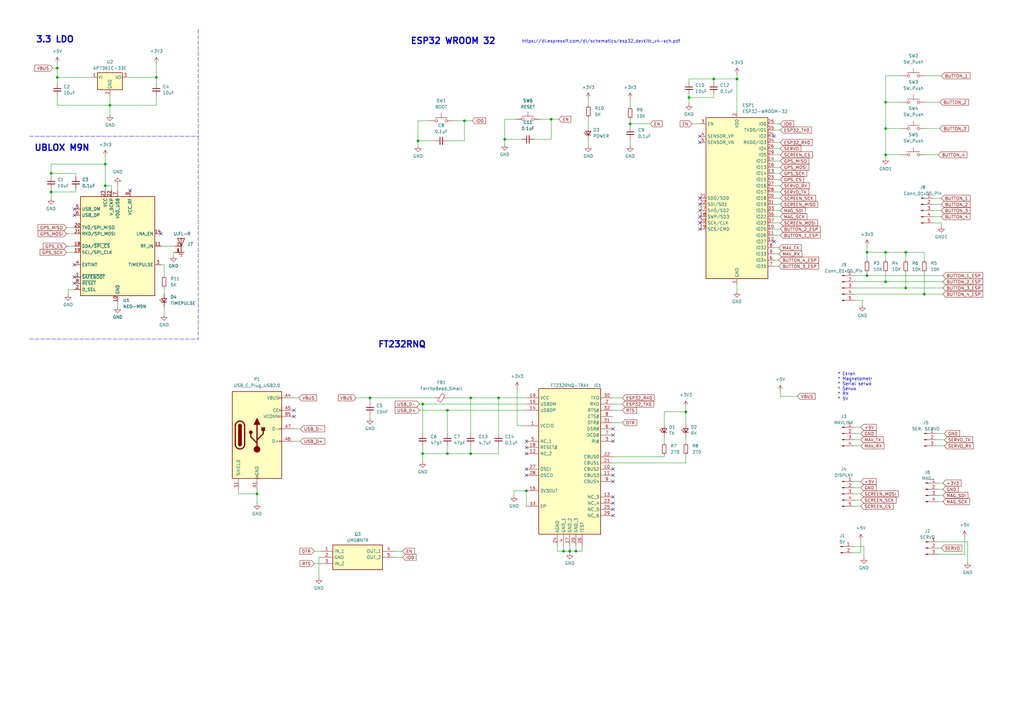
<source format=kicad_sch>
(kicad_sch (version 20230121) (generator eeschema)
  (paper "A3")
  (junction (at 190.5 49.53))
  (junction (at 363.22 41.91))
  (junction (at 215.9 201.295))
  (junction (at 379.095 120.65))
  (junction (at 43.18 67.31))
  (junction (at 23.495 31.75))
  (junction (at 193.04 186.055))
  (junction (at 371.475 118.11))
  (junction (at 64.135 31.75))
  (junction (at 105.41 202.565))
  (junction (at 171.45 57.785))
  (junction (at 258.445 50.8))
  (junction (at 281.305 168.91))
  (junction (at 183.515 186.055))
  (junction (at 204.47 163.195))
  (junction (at 183.515 168.275))
  (junction (at 363.22 103.505))
  (junction (at 236.22 226.06))
  (junction (at 20.955 78.74))
  (junction (at 282.575 40.005))
  (junction (at 371.475 103.505))
  (junction (at 193.04 163.195))
  (junction (at 231.14 226.06))
  (junction (at 207.01 57.15))
  (junction (at 43.18 76.2))
  (junction (at 173.355 165.735))
  (junction (at 233.68 226.06))
  (junction (at 363.22 52.705))
  (junction (at 292.735 32.385))
  (junction (at 23.495 27.94))
  (junction (at 173.355 186.055))
  (junction (at 355.6 113.03))
  (junction (at 355.6 103.505))
  (junction (at 226.06 48.895))
  (junction (at 363.22 115.57))
  (junction (at 20.955 71.12))
  (junction (at 45.085 43.18))
  (junction (at 363.22 63.5))
  (junction (at 302.26 32.385))
  (junction (at 151.765 163.195))
  (no_connect (at 215.9 194.945))
  (no_connect (at 215.9 180.975))
  (no_connect (at 30.48 113.665))
  (no_connect (at 251.46 175.895))
  (no_connect (at 251.46 206.375))
  (no_connect (at 251.46 203.835))
  (no_connect (at 317.5 99.06))
  (no_connect (at 317.5 55.88))
  (no_connect (at 30.48 85.725))
  (no_connect (at 120.65 170.815))
  (no_connect (at 53.34 78.105))
  (no_connect (at 287.02 81.28))
  (no_connect (at 30.48 116.205))
  (no_connect (at 215.9 183.515))
  (no_connect (at 251.46 208.915))
  (no_connect (at 66.04 95.885))
  (no_connect (at 120.65 168.275))
  (no_connect (at 251.46 211.455))
  (no_connect (at 251.46 197.485))
  (no_connect (at 251.46 178.435))
  (no_connect (at 287.02 58.42))
  (no_connect (at 287.02 91.44))
  (no_connect (at 287.02 55.88))
  (no_connect (at 287.02 86.36))
  (no_connect (at 251.46 180.975))
  (no_connect (at 287.02 93.98))
  (no_connect (at 251.46 192.405))
  (no_connect (at 251.46 194.945))
  (no_connect (at 30.48 88.265))
  (no_connect (at 215.9 186.055))
  (no_connect (at 287.02 88.9))
  (no_connect (at 30.48 108.585))
  (no_connect (at 215.9 192.405))
  (no_connect (at 287.02 83.82))
  (wire (pts (xy 379.095 120.65) (xy 386.715 120.65)))
  (wire (pts (xy 27.305 100.965) (xy 30.48 100.965)))
  (wire (pts (xy 384.81 205.74) (xy 386.715 205.74)))
  (wire (pts (xy 363.22 64.77) (xy 363.22 63.5)))
  (wire (pts (xy 379.095 103.505) (xy 371.475 103.505)))
  (wire (pts (xy 48.26 123.825) (xy 48.26 125.73)))
  (wire (pts (xy 204.47 177.8) (xy 204.47 163.195)))
  (wire (pts (xy 350.52 123.19) (xy 353.695 123.19)))
  (wire (pts (xy 23.495 27.94) (xy 23.495 31.75)))
  (wire (pts (xy 317.5 93.98) (xy 320.04 93.98)))
  (wire (pts (xy 231.14 224.155) (xy 231.14 226.06)))
  (wire (pts (xy 105.41 201.295) (xy 105.41 202.565)))
  (wire (pts (xy 353.06 226.695) (xy 349.885 226.695)))
  (wire (pts (xy 371.475 111.76) (xy 371.475 118.11)))
  (wire (pts (xy 282.575 40.005) (xy 292.735 40.005)))
  (wire (pts (xy 355.6 113.03) (xy 386.715 113.03)))
  (wire (pts (xy 31.115 77.47) (xy 31.115 78.74)))
  (wire (pts (xy 190.5 57.785) (xy 190.5 49.53)))
  (wire (pts (xy 173.355 165.735) (xy 215.9 165.735)))
  (wire (pts (xy 212.09 159.385) (xy 212.09 174.625)))
  (wire (pts (xy 175.895 49.53) (xy 171.45 49.53)))
  (wire (pts (xy 353.06 221.615) (xy 353.06 226.695)))
  (wire (pts (xy 236.22 226.06) (xy 233.68 226.06)))
  (wire (pts (xy 45.085 39.37) (xy 45.085 43.18)))
  (wire (pts (xy 292.735 32.385) (xy 302.26 32.385)))
  (wire (pts (xy 384.81 203.2) (xy 386.715 203.2)))
  (wire (pts (xy 395.605 220.345) (xy 395.605 227.33)))
  (wire (pts (xy 281.305 173.99) (xy 281.305 168.91)))
  (wire (pts (xy 354.33 228.6) (xy 354.33 224.155)))
  (wire (pts (xy 21.59 27.94) (xy 23.495 27.94)))
  (wire (pts (xy 233.68 224.155) (xy 233.68 226.06)))
  (wire (pts (xy 282.575 38.735) (xy 282.575 40.005)))
  (wire (pts (xy 292.735 38.735) (xy 292.735 40.005)))
  (wire (pts (xy 317.5 101.6) (xy 319.405 101.6)))
  (wire (pts (xy 281.305 189.865) (xy 281.305 186.69)))
  (wire (pts (xy 258.445 40.64) (xy 258.445 43.815)))
  (wire (pts (xy 213.995 57.15) (xy 207.01 57.15)))
  (wire (pts (xy 317.5 106.68) (xy 319.405 106.68)))
  (wire (pts (xy 172.085 168.275) (xy 183.515 168.275)))
  (wire (pts (xy 27.305 93.345) (xy 30.48 93.345)))
  (wire (pts (xy 396.875 222.25) (xy 396.875 230.505)))
  (wire (pts (xy 363.22 31.115) (xy 363.22 41.91)))
  (wire (pts (xy 363.22 63.5) (xy 369.57 63.5)))
  (wire (pts (xy 45.085 43.18) (xy 23.495 43.18)))
  (wire (pts (xy 355.6 111.76) (xy 355.6 113.03)))
  (wire (pts (xy 384.175 177.8) (xy 387.35 177.8)))
  (wire (pts (xy 207.01 48.895) (xy 207.01 57.15)))
  (wire (pts (xy 317.5 104.14) (xy 319.405 104.14)))
  (wire (pts (xy 212.09 174.625) (xy 215.9 174.625)))
  (wire (pts (xy 171.45 49.53) (xy 171.45 57.785)))
  (wire (pts (xy 384.175 180.34) (xy 387.35 180.34)))
  (wire (pts (xy 382.905 86.36) (xy 386.08 86.36)))
  (wire (pts (xy 228.6 224.155) (xy 228.6 226.06)))
  (polyline (pts (xy 81.28 55.88) (xy 81.28 139.065)) (stroke (width 0) (type dash)))
  (wire (pts (xy 183.515 177.8) (xy 183.515 168.275)))
  (wire (pts (xy 317.5 83.82) (xy 320.04 83.82)))
  (wire (pts (xy 228.6 226.06) (xy 231.14 226.06)))
  (wire (pts (xy 64.135 26.035) (xy 64.135 31.75)))
  (wire (pts (xy 151.765 163.195) (xy 178.435 163.195)))
  (wire (pts (xy 384.81 198.12) (xy 386.715 198.12)))
  (wire (pts (xy 120.65 163.195) (xy 122.555 163.195)))
  (wire (pts (xy 67.31 108.585) (xy 67.31 113.03)))
  (wire (pts (xy 355.6 103.505) (xy 355.6 106.68)))
  (wire (pts (xy 363.22 103.505) (xy 355.6 103.505)))
  (wire (pts (xy 258.445 50.8) (xy 266.7 50.8)))
  (wire (pts (xy 226.06 48.895) (xy 229.235 48.895)))
  (wire (pts (xy 281.305 167.005) (xy 281.305 168.91)))
  (wire (pts (xy 52.705 31.75) (xy 64.135 31.75)))
  (wire (pts (xy 128.905 231.14) (xy 131.445 231.14)))
  (wire (pts (xy 171.45 57.785) (xy 171.45 59.69)))
  (wire (pts (xy 272.415 168.91) (xy 281.305 168.91)))
  (wire (pts (xy 66.04 100.965) (xy 71.755 100.965)))
  (wire (pts (xy 317.5 88.9) (xy 320.04 88.9)))
  (wire (pts (xy 320.04 162.56) (xy 320.04 160.655)))
  (wire (pts (xy 23.495 39.37) (xy 23.495 43.18)))
  (wire (pts (xy 186.055 49.53) (xy 190.5 49.53)))
  (wire (pts (xy 43.18 67.31) (xy 43.18 76.2)))
  (wire (pts (xy 251.46 189.865) (xy 281.305 189.865)))
  (wire (pts (xy 31.115 71.12) (xy 20.955 71.12)))
  (wire (pts (xy 178.435 57.785) (xy 171.45 57.785)))
  (polyline (pts (xy 12.065 139.065) (xy 81.28 139.065)) (stroke (width 0) (type dash)))
  (wire (pts (xy 272.415 187.325) (xy 272.415 186.69)))
  (wire (pts (xy 173.355 186.055) (xy 183.515 186.055)))
  (wire (pts (xy 317.5 71.12) (xy 320.04 71.12)))
  (wire (pts (xy 302.26 116.84) (xy 302.26 119.38)))
  (wire (pts (xy 292.735 33.655) (xy 292.735 32.385)))
  (wire (pts (xy 272.415 168.91) (xy 272.415 173.99)))
  (wire (pts (xy 371.475 103.505) (xy 363.22 103.505)))
  (wire (pts (xy 379.095 111.76) (xy 379.095 120.65)))
  (wire (pts (xy 317.5 76.2) (xy 320.04 76.2)))
  (wire (pts (xy 355.6 100.965) (xy 355.6 103.505)))
  (wire (pts (xy 317.5 66.04) (xy 320.04 66.04)))
  (wire (pts (xy 258.445 48.895) (xy 258.445 50.8)))
  (wire (pts (xy 48.26 75.565) (xy 48.26 78.105)))
  (wire (pts (xy 190.5 49.53) (xy 193.675 49.53)))
  (polyline (pts (xy 12.065 55.88) (xy 81.28 55.88)) (stroke (width 0) (type dash)))
  (wire (pts (xy 386.08 91.44) (xy 386.08 92.71)))
  (wire (pts (xy 363.22 106.68) (xy 363.22 103.505)))
  (wire (pts (xy 64.135 39.37) (xy 64.135 43.18)))
  (wire (pts (xy 193.04 163.195) (xy 204.47 163.195)))
  (wire (pts (xy 382.905 91.44) (xy 386.08 91.44)))
  (wire (pts (xy 43.18 76.2) (xy 43.18 78.105)))
  (wire (pts (xy 183.515 168.275) (xy 215.9 168.275)))
  (wire (pts (xy 172.085 165.735) (xy 173.355 165.735)))
  (wire (pts (xy 71.12 103.505) (xy 71.12 104.775)))
  (wire (pts (xy 379.73 31.115) (xy 386.08 31.115)))
  (wire (pts (xy 379.095 106.68) (xy 379.095 103.505)))
  (wire (pts (xy 302.26 32.385) (xy 302.26 45.72)))
  (wire (pts (xy 317.5 53.34) (xy 320.04 53.34)))
  (wire (pts (xy 241.3 40.64) (xy 241.3 43.18)))
  (wire (pts (xy 350.52 200.025) (xy 353.06 200.025)))
  (wire (pts (xy 354.33 224.155) (xy 349.885 224.155)))
  (wire (pts (xy 120.65 175.895) (xy 123.19 175.895)))
  (wire (pts (xy 27.305 103.505) (xy 30.48 103.505)))
  (wire (pts (xy 317.5 73.66) (xy 320.04 73.66)))
  (wire (pts (xy 369.57 41.91) (xy 363.22 41.91)))
  (wire (pts (xy 350.52 120.65) (xy 379.095 120.65)))
  (wire (pts (xy 193.04 182.88) (xy 193.04 186.055)))
  (wire (pts (xy 350.52 205.105) (xy 353.06 205.105)))
  (wire (pts (xy 23.495 31.75) (xy 23.495 34.29)))
  (wire (pts (xy 382.905 83.82) (xy 386.08 83.82)))
  (wire (pts (xy 363.22 115.57) (xy 386.715 115.57)))
  (wire (pts (xy 292.735 32.385) (xy 282.575 32.385)))
  (wire (pts (xy 379.73 63.5) (xy 384.81 63.5)))
  (wire (pts (xy 193.04 163.195) (xy 193.04 177.8)))
  (wire (pts (xy 20.955 67.31) (xy 43.18 67.31)))
  (wire (pts (xy 317.5 50.8) (xy 320.04 50.8)))
  (wire (pts (xy 45.085 43.18) (xy 64.135 43.18)))
  (wire (pts (xy 369.57 31.115) (xy 363.22 31.115)))
  (wire (pts (xy 67.31 118.11) (xy 67.31 120.65)))
  (wire (pts (xy 20.955 67.31) (xy 20.955 71.12)))
  (wire (pts (xy 215.9 201.295) (xy 215.9 207.645)))
  (wire (pts (xy 350.52 202.565) (xy 353.06 202.565)))
  (wire (pts (xy 66.04 108.585) (xy 67.31 108.585)))
  (wire (pts (xy 204.47 186.055) (xy 193.04 186.055)))
  (wire (pts (xy 302.26 30.48) (xy 302.26 32.385)))
  (wire (pts (xy 384.81 200.66) (xy 386.715 200.66)))
  (wire (pts (xy 161.925 228.6) (xy 165.1 228.6)))
  (wire (pts (xy 219.075 57.15) (xy 226.06 57.15)))
  (wire (pts (xy 371.475 118.11) (xy 386.715 118.11)))
  (wire (pts (xy 105.41 202.565) (xy 105.41 206.375)))
  (wire (pts (xy 350.52 177.8) (xy 353.06 177.8)))
  (wire (pts (xy 23.495 31.75) (xy 37.465 31.75)))
  (wire (pts (xy 272.415 179.07) (xy 272.415 181.61)))
  (wire (pts (xy 258.445 50.8) (xy 258.445 52.07)))
  (wire (pts (xy 238.76 226.06) (xy 236.22 226.06)))
  (wire (pts (xy 241.3 57.15) (xy 241.3 59.69)))
  (wire (pts (xy 183.515 182.88) (xy 183.515 186.055)))
  (wire (pts (xy 67.31 125.73) (xy 67.31 128.905)))
  (wire (pts (xy 131.445 228.6) (xy 130.81 228.6)))
  (wire (pts (xy 204.47 163.195) (xy 215.9 163.195)))
  (wire (pts (xy 350.52 182.88) (xy 353.06 182.88)))
  (wire (pts (xy 317.5 78.74) (xy 320.04 78.74)))
  (wire (pts (xy 317.5 86.36) (xy 320.04 86.36)))
  (wire (pts (xy 317.5 58.42) (xy 320.04 58.42)))
  (wire (pts (xy 211.455 48.895) (xy 207.01 48.895)))
  (wire (pts (xy 31.115 72.39) (xy 31.115 71.12)))
  (wire (pts (xy 173.355 182.88) (xy 173.355 186.055)))
  (wire (pts (xy 210.82 201.295) (xy 210.82 203.2)))
  (wire (pts (xy 183.515 57.785) (xy 190.5 57.785)))
  (wire (pts (xy 23.495 26.035) (xy 23.495 27.94)))
  (wire (pts (xy 251.46 165.735) (xy 255.27 165.735)))
  (wire (pts (xy 20.955 77.47) (xy 20.955 78.74)))
  (wire (pts (xy 226.06 57.15) (xy 226.06 48.895)))
  (wire (pts (xy 350.52 118.11) (xy 371.475 118.11)))
  (wire (pts (xy 173.355 186.055) (xy 173.355 189.23)))
  (wire (pts (xy 350.52 207.645) (xy 353.06 207.645)))
  (wire (pts (xy 30.48 118.745) (xy 27.94 118.745)))
  (wire (pts (xy 45.72 76.2) (xy 45.72 78.105)))
  (wire (pts (xy 27.94 118.745) (xy 27.94 120.65)))
  (wire (pts (xy 353.695 123.19) (xy 353.695 125.095)))
  (wire (pts (xy 384.81 222.25) (xy 396.875 222.25)))
  (wire (pts (xy 379.73 41.91) (xy 385.445 41.91)))
  (wire (pts (xy 151.765 165.1) (xy 151.765 163.195)))
  (wire (pts (xy 43.18 76.2) (xy 45.72 76.2)))
  (wire (pts (xy 350.52 115.57) (xy 363.22 115.57)))
  (wire (pts (xy 258.445 57.15) (xy 258.445 59.69)))
  (wire (pts (xy 128.905 226.06) (xy 131.445 226.06)))
  (wire (pts (xy 363.22 41.91) (xy 363.22 52.705)))
  (wire (pts (xy 317.5 68.58) (xy 320.04 68.58)))
  (wire (pts (xy 384.81 224.79) (xy 386.08 224.79)))
  (wire (pts (xy 379.73 52.705) (xy 385.445 52.705)))
  (wire (pts (xy 371.475 106.68) (xy 371.475 103.505)))
  (wire (pts (xy 251.46 187.325) (xy 272.415 187.325)))
  (wire (pts (xy 20.955 78.74) (xy 31.115 78.74)))
  (wire (pts (xy 146.05 163.195) (xy 151.765 163.195)))
  (wire (pts (xy 282.575 32.385) (xy 282.575 33.655)))
  (wire (pts (xy 363.22 111.76) (xy 363.22 115.57)))
  (wire (pts (xy 27.305 95.885) (xy 30.48 95.885)))
  (wire (pts (xy 221.615 48.895) (xy 226.06 48.895)))
  (wire (pts (xy 317.5 60.96) (xy 320.04 60.96)))
  (wire (pts (xy 45.085 43.18) (xy 45.085 46.99)))
  (wire (pts (xy 97.79 201.295) (xy 97.79 202.565)))
  (wire (pts (xy 71.755 103.505) (xy 71.12 103.505)))
  (wire (pts (xy 251.46 163.195) (xy 255.27 163.195)))
  (wire (pts (xy 20.955 78.74) (xy 20.955 81.28)))
  (wire (pts (xy 173.355 165.735) (xy 173.355 177.8)))
  (wire (pts (xy 363.22 52.705) (xy 363.22 63.5)))
  (wire (pts (xy 231.14 226.06) (xy 233.68 226.06)))
  (wire (pts (xy 327.025 162.56) (xy 320.04 162.56)))
  (wire (pts (xy 350.52 180.34) (xy 353.06 180.34)))
  (wire (pts (xy 161.925 226.06) (xy 165.1 226.06)))
  (wire (pts (xy 43.18 64.135) (xy 43.18 67.31)))
  (wire (pts (xy 251.46 173.355) (xy 255.27 173.355)))
  (wire (pts (xy 384.175 182.88) (xy 387.35 182.88)))
  (wire (pts (xy 204.47 182.88) (xy 204.47 186.055)))
  (wire (pts (xy 251.46 168.275) (xy 255.27 168.275)))
  (wire (pts (xy 207.01 57.15) (xy 207.01 59.055)))
  (wire (pts (xy 64.135 31.75) (xy 64.135 34.29)))
  (wire (pts (xy 151.765 170.18) (xy 151.765 171.45)))
  (wire (pts (xy 395.605 227.33) (xy 384.81 227.33)))
  (wire (pts (xy 382.905 88.9) (xy 386.08 88.9)))
  (wire (pts (xy 350.52 197.485) (xy 353.06 197.485)))
  (wire (pts (xy 281.305 179.07) (xy 281.305 181.61)))
  (wire (pts (xy 120.65 180.975) (xy 123.19 180.975)))
  (wire (pts (xy 369.57 52.705) (xy 363.22 52.705)))
  (wire (pts (xy 193.04 186.055) (xy 183.515 186.055)))
  (wire (pts (xy 382.905 81.28) (xy 386.08 81.28)))
  (wire (pts (xy 20.955 71.12) (xy 20.955 72.39)))
  (wire (pts (xy 233.68 226.06) (xy 233.68 226.695)))
  (wire (pts (xy 236.22 224.155) (xy 236.22 226.06)))
  (wire (pts (xy 350.52 175.26) (xy 353.06 175.26)))
  (wire (pts (xy 241.3 48.26) (xy 241.3 52.07)))
  (polyline (pts (xy 81.28 12.065) (xy 81.28 55.88)) (stroke (width 0) (type dash)))
  (wire (pts (xy 215.9 201.295) (xy 210.82 201.295)))
  (wire (pts (xy 317.5 63.5) (xy 320.04 63.5)))
  (wire (pts (xy 317.5 91.44) (xy 320.04 91.44)))
  (wire (pts (xy 283.845 50.8) (xy 287.02 50.8)))
  (wire (pts (xy 317.5 96.52) (xy 320.04 96.52)))
  (wire (pts (xy 238.76 224.155) (xy 238.76 226.06)))
  (wire (pts (xy 97.79 202.565) (xy 105.41 202.565)))
  (wire (pts (xy 350.52 113.03) (xy 355.6 113.03)))
  (wire (pts (xy 193.04 163.195) (xy 183.515 163.195)))
  (wire (pts (xy 317.5 81.28) (xy 320.04 81.28)))
  (wire (pts (xy 317.5 109.22) (xy 319.405 109.22)))
  (wire (pts (xy 282.575 40.005) (xy 282.575 42.545)))
  (wire (pts (xy 130.81 228.6) (xy 130.81 236.855)))
  (rectangle (start 76.2 36.83) (end 76.2 36.83))
  (text "* Ekran\n* Magnetometr\n* Serial serwo\n* Serwo\n* RX\n* 5V" (at 343.535 164.465 0) (effects (font (size 1.27 1.27)) (justify left bottom)))
  (text "FT232RNQ" (at 154.94 142.875 0) (effects (font (size 2.54 2.54) (thickness 0.508) bold) (justify left bottom)))
  (text "https://dl.espressif.com/dl/schematics/esp32_devkitc_v4-sch.pdf" (at 213.995 17.78 0) (effects (font (size 1.27 1.27)) (justify left bottom)))
  (text "3.3 LDO" (at 14.605 17.78 0) (effects (font (size 2.54 2.54) (thickness 0.508) bold) (justify left bottom)))
  (text "ESP32 WROOM 32" (at 168.275 18.415 0) (effects (font (size 2.54 2.54) (thickness 0.508) bold) (justify left bottom)))
  (text "UBLOX M9N" (at 13.97 62.23 0) (effects (font (size 2.54 2.54) (thickness 0.508) bold) (justify left bottom)))
  (global_label "SERVO" (shape input) (at 320.04 60.96 0) (property "Intersheetrefs" "${INTERSHEET_REFS}" (effects hide)))
  (global_label "BUTTON_4_ESP" (shape input) (at 386.715 120.65 0) (property "Intersheetrefs" "${INTERSHEET_REFS}" (effects hide)))
  (global_label "BUTTON_3" (shape input) (at 386.08 86.36 0) (property "Intersheetrefs" "${INTERSHEET_REFS}" (effects hide)))
  (global_label "GPS_SCK" (shape input) (at 27.305 103.505 180) (property "Intersheetrefs" "${INTERSHEET_REFS}" (effects hide)))
  (global_label "EN" (shape input) (at 229.235 48.895 0) (property "Intersheetrefs" "${INTERSHEET_REFS}" (effects hide)))
  (global_label "SCREEN_CS" (shape input) (at 353.06 207.645 0) (property "Intersheetrefs" "${INTERSHEET_REFS}" (effects hide)))
  (global_label "BUTTON_2_ESP" (shape input) (at 320.04 93.98 0) (property "Intersheetrefs" "${INTERSHEET_REFS}" (effects hide)))
  (global_label "SCREEN_MOSI" (shape input) (at 353.06 202.565 0) (property "Intersheetrefs" "${INTERSHEET_REFS}" (effects hide)))
  (global_label "IO0" (shape input) (at 193.675 49.53 0) (property "Intersheetrefs" "${INTERSHEET_REFS}" (effects hide)))
  (global_label "EN" (shape input) (at 266.7 50.8 0) (property "Intersheetrefs" "${INTERSHEET_REFS}" (effects hide)))
  (global_label "GPS_MOSI" (shape input) (at 320.04 68.58 0) (property "Intersheetrefs" "${INTERSHEET_REFS}" (effects hide)))
  (global_label "DTR" (shape input) (at 128.905 226.06 180) (property "Intersheetrefs" "${INTERSHEET_REFS}" (effects hide)))
  (global_label "+5V" (shape input) (at 353.06 175.26 0) (property "Intersheetrefs" "${INTERSHEET_REFS}" (effects hide)))
  (global_label "SERVO" (shape input) (at 386.08 224.79 0) (property "Intersheetrefs" "${INTERSHEET_REFS}" (effects hide)))
  (global_label "MAG_SCK" (shape input) (at 320.04 88.9 0) (property "Intersheetrefs" "${INTERSHEET_REFS}" (effects hide)))
  (global_label "SCREEN_SCK" (shape input) (at 353.06 205.105 0) (property "Intersheetrefs" "${INTERSHEET_REFS}" (effects hide)))
  (global_label "SERVO_RX" (shape input) (at 320.04 76.2 0) (property "Intersheetrefs" "${INTERSHEET_REFS}" (effects hide)))
  (global_label "BUTTON_2_ESP" (shape input) (at 386.715 115.57 0) (property "Intersheetrefs" "${INTERSHEET_REFS}" (effects hide)))
  (global_label "GND" (shape input) (at 386.715 200.66 0) (property "Intersheetrefs" "${INTERSHEET_REFS}" (effects hide)))
  (global_label "+3V3" (shape input) (at 386.715 198.12 0) (property "Intersheetrefs" "${INTERSHEET_REFS}" (effects hide)))
  (global_label "EN" (shape input) (at 165.1 226.06 0) (property "Intersheetrefs" "${INTERSHEET_REFS}" (effects hide)))
  (global_label "BUTTON_2" (shape input) (at 386.08 83.82 0) (property "Intersheetrefs" "${INTERSHEET_REFS}" (effects hide)))
  (global_label "BUTTON_4_ESP" (shape input) (at 319.405 106.68 0) (property "Intersheetrefs" "${INTERSHEET_REFS}" (effects hide)))
  (global_label "MAG_SDI" (shape input) (at 386.715 203.2 0) (property "Intersheetrefs" "${INTERSHEET_REFS}" (effects hide)))
  (global_label "MAG_SCK" (shape input) (at 386.715 205.74 0) (property "Intersheetrefs" "${INTERSHEET_REFS}" (effects hide)))
  (global_label "BUTTON_4" (shape input) (at 386.08 88.9 0) (property "Intersheetrefs" "${INTERSHEET_REFS}" (effects hide)))
  (global_label "GPS_SCK" (shape input) (at 320.04 71.12 0) (property "Intersheetrefs" "${INTERSHEET_REFS}" (effects hide)))
  (global_label "SERVO_TX" (shape input) (at 320.04 78.74 0) (property "Intersheetrefs" "${INTERSHEET_REFS}" (effects hide)))
  (global_label "GND" (shape input) (at 387.35 177.8 0) (property "Intersheetrefs" "${INTERSHEET_REFS}" (effects hide)))
  (global_label "GPS_MISO" (shape input) (at 27.305 93.345 180) (property "Intersheetrefs" "${INTERSHEET_REFS}" (effects hide)))
  (global_label "ESP32_RX0" (shape input) (at 255.27 163.195 0) (property "Intersheetrefs" "${INTERSHEET_REFS}" (effects hide)))
  (global_label "RTS" (shape input) (at 255.27 168.275 0) (property "Intersheetrefs" "${INTERSHEET_REFS}" (effects hide)))
  (global_label "VBUS" (shape input) (at 146.05 163.195 180) (property "Intersheetrefs" "${INTERSHEET_REFS}" (effects hide)))
  (global_label "MAV_TX" (shape input) (at 319.405 101.6 0) (property "Intersheetrefs" "${INTERSHEET_REFS}" (effects hide)))
  (global_label "GND" (shape input) (at 353.06 177.8 0) (property "Intersheetrefs" "${INTERSHEET_REFS}" (effects hide)))
  (global_label "MAV_RX" (shape input) (at 319.405 104.14 0) (property "Intersheetrefs" "${INTERSHEET_REFS}" (effects hide)))
  (global_label "BUTTON_1_ESP" (shape input) (at 320.04 96.52 0) (property "Intersheetrefs" "${INTERSHEET_REFS}" (effects hide)))
  (global_label "MAV_RX" (shape input) (at 353.06 182.88 0) (property "Intersheetrefs" "${INTERSHEET_REFS}" (effects hide)))
  (global_label "USB_D+" (shape input) (at 123.19 180.975 0) (property "Intersheetrefs" "${INTERSHEET_REFS}" (effects hide)))
  (global_label "BUTTON_2" (shape input) (at 385.445 41.91 0) (property "Intersheetrefs" "${INTERSHEET_REFS}" (effects hide)))
  (global_label "VBUS" (shape input) (at 21.59 27.94 180) (property "Intersheetrefs" "${INTERSHEET_REFS}" (effects hide)))
  (global_label "+5V" (shape input) (at 353.06 197.485 0) (property "Intersheetrefs" "${INTERSHEET_REFS}" (effects hide)))
  (global_label "VBUS" (shape input) (at 327.025 162.56 0) (property "Intersheetrefs" "${INTERSHEET_REFS}" (effects hide)))
  (global_label "GPS_CS" (shape input) (at 27.305 100.965 180) (property "Intersheetrefs" "${INTERSHEET_REFS}" (effects hide)))
  (global_label "ESP32_TX0" (shape input) (at 320.04 53.34 0) (property "Intersheetrefs" "${INTERSHEET_REFS}" (effects hide)))
  (global_label "SERVO_RX" (shape input) (at 387.35 182.88 0) (property "Intersheetrefs" "${INTERSHEET_REFS}" (effects hide)))
  (global_label "BUTTON_1_ESP" (shape input) (at 386.715 113.03 0) (property "Intersheetrefs" "${INTERSHEET_REFS}" (effects hide)))
  (global_label "GND" (shape input) (at 353.06 200.025 0) (property "Intersheetrefs" "${INTERSHEET_REFS}" (effects hide)))
  (global_label "USB_D-" (shape input) (at 123.19 175.895 0) (property "Intersheetrefs" "${INTERSHEET_REFS}" (effects hide)))
  (global_label "DTR" (shape input) (at 255.27 173.355 0) (property "Intersheetrefs" "${INTERSHEET_REFS}" (effects hide)))
  (global_label "SCREEN_SCK" (shape input) (at 320.04 81.28 0) (property "Intersheetrefs" "${INTERSHEET_REFS}" (effects hide)))
  (global_label "MAG_SDI" (shape input) (at 320.04 86.36 0) (property "Intersheetrefs" "${INTERSHEET_REFS}" (effects hide)))
  (global_label "SERVO_TX" (shape input) (at 387.35 180.34 0) (property "Intersheetrefs" "${INTERSHEET_REFS}" (effects hide)))
  (global_label "BUTTON_3_ESP" (shape input) (at 319.405 109.22 0) (property "Intersheetrefs" "${INTERSHEET_REFS}" (effects hide)))
  (global_label "GPS_MISO" (shape input) (at 320.04 66.04 0) (property "Intersheetrefs" "${INTERSHEET_REFS}" (effects hide)))
  (global_label "SCREEN_MOSI" (shape input) (at 320.04 91.44 0) (property "Intersheetrefs" "${INTERSHEET_REFS}" (effects hide)))
  (global_label "GPS_MOSI" (shape input) (at 27.305 95.885 180) (property "Intersheetrefs" "${INTERSHEET_REFS}" (effects hide)))
  (global_label "SCREEN_CS" (shape input) (at 320.04 63.5 0) (property "Intersheetrefs" "${INTERSHEET_REFS}" (effects hide)))
  (global_label "ESP32_RX0" (shape input) (at 320.04 58.42 0) (property "Intersheetrefs" "${INTERSHEET_REFS}" (effects hide)))
  (global_label "EN" (shape input) (at 283.845 50.8 180) (property "Intersheetrefs" "${INTERSHEET_REFS}" (effects hide)))
  (global_label "RTS" (shape input) (at 128.905 231.14 180) (property "Intersheetrefs" "${INTERSHEET_REFS}" (effects hide)))
  (global_label "BUTTON_4" (shape input) (at 384.81 63.5 0) (property "Intersheetrefs" "${INTERSHEET_REFS}" (effects hide)))
  (global_label "BUTTON_1" (shape input) (at 386.08 31.115 0) (property "Intersheetrefs" "${INTERSHEET_REFS}" (effects hide)))
  (global_label "SCREEN_MISO" (shape input) (at 320.04 83.82 0) (property "Intersheetrefs" "${INTERSHEET_REFS}" (effects hide)))
  (global_label "GPS_CS" (shape input) (at 320.04 73.66 0) (property "Intersheetrefs" "${INTERSHEET_REFS}" (effects hide)))
  (global_label "USB_D+" (shape input) (at 172.085 168.275 180) (property "Intersheetrefs" "${INTERSHEET_REFS}" (effects hide)))
  (global_label "USB_D-" (shape input) (at 172.085 165.735 180) (property "Intersheetrefs" "${INTERSHEET_REFS}" (effects hide)))
  (global_label "BUTTON_1" (shape input) (at 386.08 81.28 0) (property "Intersheetrefs" "${INTERSHEET_REFS}" (effects hide)))
  (global_label "IO0" (shape input) (at 165.1 228.6 0) (property "Intersheetrefs" "${INTERSHEET_REFS}" (effects hide)))
  (global_label "IO0" (shape input) (at 320.04 50.8 0) (property "Intersheetrefs" "${INTERSHEET_REFS}" (effects hide)))
  (global_label "BUTTON_3_ESP" (shape input) (at 386.715 118.11 0) (property "Intersheetrefs" "${INTERSHEET_REFS}" (effects hide)))
  (global_label "MAV_TX" (shape input) (at 353.06 180.34 0) (property "Intersheetrefs" "${INTERSHEET_REFS}" (effects hide)))
  (global_label "ESP32_TX0" (shape input) (at 255.27 165.735 0) (property "Intersheetrefs" "${INTERSHEET_REFS}" (effects hide)))
  (global_label "VBUS" (shape input) (at 122.555 163.195 0) (property "Intersheetrefs" "${INTERSHEET_REFS}" (effects hide)))
  (global_label "BUTTON_3" (shape input) (at 385.445 52.705 0) (property "Intersheetrefs" "${INTERSHEET_REFS}" (effects hide)))
  (symbol (lib_id "power:GND") (at 20.955 81.28 0) (unit 1)
    (property "Reference" "#PWR01" (effects hide))
    (property "Value" "GND" (at 20.955 85.598 0))
  )
  (symbol (lib_id "power:GND") (at 282.575 42.545 0) (unit 1)
    (property "Reference" "#PWR024" (effects hide))
    (property "Value" "GND" (at 282.575 46.863 0))
  )
  (symbol (lib_id "power:GND") (at 71.12 104.775 0) (unit 1)
    (property "Reference" "#PWR033" (effects hide))
    (property "Value" "GND" (at 71.12 109.093 0))
  )
  (symbol (lib_id "Connector:Conn_01x05_Pin") (at 377.825 86.36 0) (unit 1)
    (property "Reference" "J8" (at 378.46 76.835 0))
    (property "Value" "Conn_01x05_Pin" (at 378.46 79.375 0))
    (property "Footprint" "Connector_PinHeader_1.27mm:PinHeader_1x05_P1.27mm_Vertical_SMD_Pin1Left" (effects hide))
  )
  (symbol (lib_id "power:+3V3") (at 355.6 100.965 0) (unit 1)
    (property "Reference" "#PWR09" (effects hide))
    (property "Value" "+3V3" (at 355.6 96.139 0))
  )
  (symbol (lib_id "Device:R_Small") (at 379.095 109.22 0) (unit 1)
    (property "Reference" "R5" (at 381.635 107.95 0) (effects (justify left)))
    (property "Value" "10K" (at 381.635 110.49 0) (effects (justify left)))
    (property "Footprint" "Resistor_SMD:R_0805_2012Metric" (effects hide))
  )
  (symbol (lib_id "Switch:SW_Push") (at 180.975 49.53 0) (unit 1)
    (property "Reference" "SW1" (at 180.975 41.275 0))
    (property "Value" "BOOT" (at 180.975 43.815 0))
    (property "Footprint" "Button_Switch_SMD:SW_SPST_B3U-1000P" (effects hide))
  )
  (symbol (lib_id "power:GND1") (at 386.08 92.71 0) (unit 1)
    (property "Reference" "#PWR037" (effects hide))
    (property "Value" "GND1" (at 386.08 97.155 0))
  )
  (symbol (lib_id "Device:C_Small") (at 64.135 36.83 0) (unit 1)
    (property "Reference" "C4" (at 66.675 35.5663 0) (effects (justify left)))
    (property "Value" "10uF" (at 66.675 38.1063 0) (effects (justify left)))
    (property "Footprint" "Capacitor_SMD:C_0805_2012Metric" (effects hide))
  )
  (symbol (lib_id "Device:LED_Small") (at 241.3 54.61 90) (unit 1)
    (property "Reference" "D3" (at 243.205 53.2765 90) (effects (justify right)))
    (property "Value" "POWER" (at 243.205 55.8165 90) (effects (justify right)))
    (property "Footprint" "LED_SMD:LED_0805_2012Metric" (effects hide))
  )
  (symbol (lib_id "Device:C_Small") (at 23.495 36.83 0) (unit 1)
    (property "Reference" "C2" (at 26.035 35.5663 0) (effects (justify left)))
    (property "Value" "10uF" (at 26.035 38.1063 0) (effects (justify left)))
    (property "Footprint" "Capacitor_SMD:C_0805_2012Metric" (effects hide))
  )
  (symbol (lib_id "Device:R_Small") (at 241.3 45.72 0) (unit 1)
    (property "Reference" "R10" (at 243.84 44.45 0) (effects (justify left)))
    (property "Value" "5K" (at 243.84 46.99 0) (effects (justify left)))
    (property "Footprint" "Resistor_SMD:R_0805_2012Metric" (effects hide))
  )
  (symbol (lib_id "Device:C_Small") (at 31.115 74.93 0) (unit 1)
    (property "Reference" "C3" (at 33.655 73.6663 0) (effects (justify left)))
    (property "Value" "0.1uF" (at 33.655 76.2063 0) (effects (justify left)))
    (property "Footprint" "Capacitor_SMD:C_0805_2012Metric" (effects hide))
  )
  (symbol (lib_id "power:GND") (at 173.355 189.23 0) (unit 1)
    (property "Reference" "#PWR012" (effects hide))
    (property "Value" "GND" (at 173.355 193.548 0))
  )
  (symbol (lib_id "Device:R_Small") (at 355.6 109.22 0) (unit 1)
    (property "Reference" "R3" (at 358.14 107.95 0) (effects (justify left)))
    (property "Value" "10K" (at 358.14 110.49 0) (effects (justify left)))
    (property "Footprint" "Resistor_SMD:R_0805_2012Metric" (effects hide))
  )
  (symbol (lib_id "Switch:SW_Push") (at 374.65 41.91 0) (unit 1)
    (property "Reference" "SW3" (at 374.65 33.655 0))
    (property "Value" "SW_Push" (at 374.65 36.195 0))
    (property "Footprint" "Button_Switch_SMD:SW_SPST_B3SL-1002P" (effects hide))
  )
  (symbol (lib_id "Device:LED_Small") (at 67.31 123.19 90) (unit 1)
    (property "Reference" "D4" (at 69.85 121.8565 90) (effects (justify right)))
    (property "Value" "TIMEPULSE" (at 69.85 124.3965 90) (effects (justify right)))
    (property "Footprint" "LED_SMD:LED_0805_2012Metric" (effects hide))
  )
  (symbol (lib_id "Device:R_Small") (at 363.22 109.22 0) (unit 1)
    (property "Reference" "R4" (at 365.76 107.95 0) (effects (justify left)))
    (property "Value" "10K" (at 365.76 110.49 0) (effects (justify left)))
    (property "Footprint" "Resistor_SMD:R_0805_2012Metric" (effects hide))
  )
  (symbol (lib_id "power:GND") (at 207.01 59.055 0) (unit 1)
    (property "Reference" "#PWR020" (effects hide))
    (property "Value" "GND" (at 207.01 63.373 0))
  )
  (symbol (lib_id "Switch:SW_Push") (at 374.65 31.115 0) (unit 1)
    (property "Reference" "SW2" (at 374.65 22.86 0))
    (property "Value" "SW_Push" (at 374.65 25.4 0))
    (property "Footprint" "Button_Switch_SMD:SW_SPST_B3SL-1002P" (effects hide))
  )
  (symbol (lib_id "power:+5V") (at 353.06 221.615 0) (unit 1)
    (property "Reference" "#PWR021" (effects hide))
    (property "Value" "+5V" (at 353.06 216.535 0))
  )
  (symbol (lib_id "power:GND") (at 210.82 203.2 0) (unit 1)
    (property "Reference" "#PWR011" (effects hide))
    (property "Value" "GND" (at 210.82 207.518 0))
  )
  (symbol (lib_id "Device:R_Small") (at 258.445 46.355 0) (unit 1)
    (property "Reference" "R9" (at 260.985 45.085 0) (effects (justify left)))
    (property "Value" "10K" (at 260.985 47.625 0) (effects (justify left)))
    (property "Footprint" "Resistor_SMD:R_0805_2012Metric" (effects hide))
  )
  (symbol (lib_id "power:+3V3") (at 64.135 26.035 0) (unit 1)
    (property "Reference" "#PWR07" (effects hide))
    (property "Value" "+3V3" (at 64.135 20.955 0))
  )
  (symbol (lib_id "Device:C_Small") (at 183.515 180.34 0) (unit 1)
    (property "Reference" "C7" (at 186.055 179.0763 0) (effects (justify left)))
    (property "Value" "47pF" (at 186.055 181.6163 0) (effects (justify left)))
    (property "Footprint" "Capacitor_SMD:C_0805_2012Metric" (effects hide))
  )
  (symbol (lib_id "power:+3V3") (at 212.09 159.385 0) (unit 1)
    (property "Reference" "#PWR013" (effects hide))
    (property "Value" "+3V3" (at 212.09 154.305 0))
  )
  (symbol (lib_id "Connector:Conn_01x05_Pin") (at 345.44 202.565 0) (unit 1)
    (property "Reference" "J4" (at 346.075 192.405 0))
    (property "Value" "DISPLAY" (at 346.075 194.945 0))
    (property "Footprint" "Connector_JST:JST_GH_BM05B-GHS-TBT_1x05-1MP_P1.25mm_Vertical" (effects hide))
  )
  (symbol (lib_id "U.FL-R-SMT-1_10:U.FL-R-SMT-1(10)") (at 74.295 100.965 0) (unit 1)
    (property "Reference" "J7" (at 76.835 100.1395 0) (effects (justify left)))
    (property "Value" "U.FL-R" (at 71.12 95.885 0) (effects (justify left)))
    (property "Footprint" "HRS_U.FL-R-SMT-1(10)" (effects hide))
    (property "DESCRIPTION" "U.FL Series 6 Ghz 50 Ohm Ultra-small SMT Coaxial Cable Receptacle" (effects hide))
    (property "PACKAGE" "None" (effects hide))
    (property "PRICE" "0.71 USD" (effects hide))
    (property "STANDARD" "Manufacturer Recommendation" (effects hide))
    (property "MP" "U.FL-R-SMT-1_10_" (effects hide))
    (property "AVAILABILITY" "Good" (effects hide))
    (property "MANUFACTURER" "Hirose" (effects hide))
  )
  (symbol (lib_id "power:+5V") (at 320.04 160.655 0) (unit 1)
    (property "Reference" "#PWR025" (effects hide))
    (property "Value" "+5V" (at 320.04 155.575 0))
  )
  (symbol (lib_id "RF_GPS:NEO-M9N") (at 48.26 100.965 0) (unit 1)
    (property "Reference" "U1" (at 50.4541 123.19 0) (effects (justify left)))
    (property "Value" "NEO-M9N" (at 50.4541 125.73 0) (effects (justify left)))
    (property "Footprint" "RF_GPS:ublox_NEO" (effects hide))
    (property "Datasheet" "https://www.u-blox.com/sites/default/files/NEO-M9N-00B_DataSheet_UBX-19014285.pdf" (effects hide))
  )
  (symbol (lib_id "Device:R_Small") (at 67.31 115.57 0) (unit 1)
    (property "Reference" "R11" (at 69.85 114.3 0) (effects (justify left)))
    (property "Value" "5K" (at 69.85 116.84 0) (effects (justify left)))
    (property "Footprint" "Resistor_SMD:R_0805_2012Metric" (effects hide))
  )
  (symbol (lib_id "power:+3V3") (at 241.3 40.64 0) (unit 1)
    (property "Reference" "#PWR026" (effects hide))
    (property "Value" "+3V3" (at 241.3 35.814 0))
  )
  (symbol (lib_id "power:GND") (at 171.45 59.69 0) (unit 1)
    (property "Reference" "#PWR015" (effects hide))
    (property "Value" "GND" (at 171.45 64.008 0))
  )
  (symbol (lib_id "Device:C_Small") (at 258.445 54.61 0) (unit 1)
    (property "Reference" "C9" (at 261.62 53.3463 0) (effects (justify left)))
    (property "Value" "0.1uF" (at 261.62 55.8863 0) (effects (justify left)))
    (property "Footprint" "Capacitor_SMD:C_0805_2012Metric" (effects hide))
  )
  (symbol (lib_id "Device:C_Small") (at 193.04 180.34 0) (unit 1)
    (property "Reference" "C13" (at 196.215 179.0763 0) (effects (justify left)))
    (property "Value" "4.7uF" (at 196.215 181.6163 0) (effects (justify left)))
    (property "Footprint" "Capacitor_SMD:C_0805_2012Metric" (effects hide))
  )
  (symbol (lib_id "power:GND") (at 67.31 128.905 0) (unit 1)
    (property "Reference" "#PWR023" (effects hide))
    (property "Value" "GND" (at 67.31 133.223 0))
  )
  (symbol (lib_id "power:GND") (at 233.68 226.695 0) (unit 1)
    (property "Reference" "#PWR016" (effects hide))
    (property "Value" "GND" (at 233.68 231.013 0))
  )
  (symbol (lib_id "Connector:Conn_01x04_Pin") (at 379.73 200.66 0) (unit 1)
    (property "Reference" "J6" (at 380.365 193.675 0))
    (property "Value" "MAG." (at 380.365 196.215 0))
    (property "Footprint" "Connector_JST:JST_GH_BM04B-GHS-TBT_1x04-1MP_P1.25mm_Vertical" (effects hide))
  )
  (symbol (lib_id "Transistor_BJT:UMG8NTR") (at 131.445 226.06 0) (unit 1)
    (property "Reference" "Q3" (at 146.685 219.075 0))
    (property "Value" "UMG8NTR" (at 146.685 221.615 0))
    (property "Footprint" "Package_TO_SOT_SMD:SOT-353_SC-70-5" (effects hide))
    (property "Datasheet" "https://datasheet.datasheetarchive.com/originals/distributors/Datasheets-DGA18/362784.pdf" (effects hide))
    (property "Height" "1" (effects hide))
    (property "Manufacturer_Name" "ROHM Semiconductor" (effects hide))
    (property "Manufacturer_Part_Number" "UMG8NTR" (effects hide))
  )
  (symbol (lib_id "Device:R_Small") (at 371.475 109.22 0) (unit 1)
    (property "Reference" "R6" (at 374.015 107.95 0) (effects (justify left)))
    (property "Value" "10K" (at 374.015 110.49 0) (effects (justify left)))
    (property "Footprint" "Resistor_SMD:R_0805_2012Metric" (effects hide))
  )
  (symbol (lib_id "RF_Module:ESP32-WROOM-32") (at 302.26 81.28 0) (unit 1)
    (property "Reference" "ESP1" (at 304.4541 43.18 0) (effects (justify left)))
    (property "Value" "ESP32-WROOM-32" (at 304.4541 45.72 0) (effects (justify left)))
    (property "Footprint" "RF_Module:ESP32-WROOM-32UE" (effects hide))
    (property "Datasheet" "https://www.espressif.com/sites/default/files/documentation/esp32-wroom-32_datasheet_en.pdf" (effects hide))
  )
  (symbol (lib_id "Device:FerriteBead_Small") (at 180.975 163.195 270) (unit 1)
    (property "Reference" "FB1" (at 181.0131 156.845 90))
    (property "Value" "FerriteBead_Small" (at 181.0131 159.385 90))
    (property "Footprint" "Inductor_SMD:L_0805_2012Metric" (effects hide))
  )
  (symbol (lib_id "Device:C_Small") (at 151.765 167.64 0) (unit 1)
    (property "Reference" "C5" (at 154.305 166.3763 0) (effects (justify left)))
    (property "Value" "10nF" (at 154.305 168.9163 0) (effects (justify left)))
    (property "Footprint" "Capacitor_SMD:C_0805_2012Metric" (effects hide))
  )
  (symbol (lib_id "power:GND1") (at 363.22 64.77 0) (unit 1)
    (property "Reference" "#PWR014" (effects hide))
    (property "Value" "GND1" (at 363.22 69.215 0))
  )
  (symbol (lib_id "Switch:SW_Push") (at 374.65 52.705 0) (unit 1)
    (property "Reference" "SW4" (at 374.65 44.45 0))
    (property "Value" "SW_Push" (at 374.65 46.99 0))
    (property "Footprint" "Button_Switch_SMD:SW_SPST_B3SL-1002P" (effects hide))
  )
  (symbol (lib_id "Device:C_Small") (at 180.975 57.785 90) (unit 1)
    (property "Reference" "C8" (at 180.9813 51.435 90))
    (property "Value" "0.1uF" (at 180.9813 53.975 90))
    (property "Footprint" "Capacitor_SMD:C_0805_2012Metric" (effects hide))
  )
  (symbol (lib_id "power:GND") (at 241.3 59.69 0) (unit 1)
    (property "Reference" "#PWR027" (effects hide))
    (property "Value" "GND" (at 241.3 64.008 0))
  )
  (symbol (lib_id "power:GND") (at 27.94 120.65 0) (unit 1)
    (property "Reference" "#PWR032" (effects hide))
    (property "Value" "GND" (at 27.94 124.968 0))
  )
  (symbol (lib_id "Connector:Conn_01x03_Pin") (at 379.095 180.34 0) (unit 1)
    (property "Reference" "J5" (at 379.73 173.355 0))
    (property "Value" "SER. SERVO" (at 379.73 175.895 0))
    (property "Footprint" "Connector_JST:JST_GH_BM03B-GHS-TBT_1x03-1MP_P1.25mm_Vertical" (effects hide))
  )
  (symbol (lib_id "Regulator_Linear:AP7361C-33E") (at 45.085 31.75 0) (unit 1)
    (property "Reference" "U2" (at 45.085 25.4 0))
    (property "Value" "AP7361C-33E" (at 45.085 27.94 0))
    (property "Footprint" "Package_TO_SOT_SMD:SOT-223-3_TabPin2" (effects hide))
    (property "Datasheet" "https://www.diodes.com/assets/Datasheets/AP7361C.pdf" (effects hide))
  )
  (symbol (lib_id "Connector:Conn_01x02_Pin") (at 344.805 224.155 0) (unit 1)
    (property "Reference" "J1" (at 345.44 219.71 0))
    (property "Value" "5V" (at 345.44 222.25 0))
    (property "Footprint" "Connector_PinHeader_2.54mm:PinHeader_1x02_P2.54mm_Vertical" (effects hide))
  )
  (symbol (lib_id "power:GND") (at 105.41 206.375 0) (unit 1)
    (property "Reference" "#PWR08" (effects hide))
    (property "Value" "GND" (at 105.41 210.693 0))
  )
  (symbol (lib_id "power:+3V3") (at 43.18 64.135 0) (unit 1)
    (property "Reference" "#PWR03" (effects hide))
    (property "Value" "+3V3" (at 43.18 59.309 0))
  )
  (symbol (lib_id "power:GND") (at 48.26 125.73 0) (unit 1)
    (property "Reference" "#PWR06" (effects hide))
    (property "Value" "GND" (at 48.26 130.048 0))
  )
  (symbol (lib_id "power:GND") (at 258.445 59.69 0) (unit 1)
    (property "Reference" "#PWR019" (effects hide))
    (property "Value" "GND" (at 258.445 64.008 0))
  )
  (symbol (lib_id "Connector:USB_C_Plug_USB2.0") (at 105.41 178.435 0) (unit 1)
    (property "Reference" "P1" (at 105.41 155.575 0))
    (property "Value" "USB_C_Plug_USB2.0" (at 105.41 158.115 0))
    (property "Footprint" "Connector_USB:USB_C_Receptacle_HRO_TYPE-C-31-M-12" (effects hide))
    (property "Datasheet" "https://www.usb.org/sites/default/files/documents/usb_type-c.zip" (effects hide))
  )
  (symbol (lib_id "Switch:SW_Push") (at 216.535 48.895 0) (unit 1)
    (property "Reference" "SW6" (at 216.535 41.275 0))
    (property "Value" "RESET" (at 216.535 43.815 0))
    (property "Footprint" "Button_Switch_SMD:SW_SPST_B3U-1000P" (effects hide))
  )
  (symbol (lib_id "power:GND") (at 151.765 171.45 0) (unit 1)
    (property "Reference" "#PWR010" (effects hide))
    (property "Value" "GND" (at 151.765 175.768 0))
  )
  (symbol (lib_id "power:GND") (at 353.695 125.095 0) (unit 1)
    (property "Reference" "#PWR035" (effects hide))
    (property "Value" "GND" (at 353.695 129.413 0))
  )
  (symbol (lib_id "power:GND") (at 130.81 236.855 0) (unit 1)
    (property "Reference" "#PWR036" (effects hide))
    (property "Value" "GND" (at 130.81 241.173 0))
  )
  (symbol (lib_id "Device:LED_Small") (at 281.305 176.53 90) (unit 1)
    (property "Reference" "D2" (at 283.21 175.1965 90) (effects (justify right)))
    (property "Value" "RX" (at 283.21 177.7365 90) (effects (justify right)))
    (property "Footprint" "LED_SMD:LED_0805_2012Metric" (effects hide))
  )
  (symbol (lib_id "Device:C_Small") (at 292.735 36.195 0) (unit 1)
    (property "Reference" "C12" (at 295.275 34.9313 0) (effects (justify left)))
    (property "Value" "0.1uF" (at 295.275 37.4713 0) (effects (justify left)))
    (property "Footprint" "Capacitor_SMD:C_0805_2012Metric" (effects hide))
  )
  (symbol (lib_id "Connector:Conn_01x05_Pin") (at 345.44 118.11 0) (unit 1)
    (property "Reference" "J9" (at 346.075 108.585 0))
    (property "Value" "Conn_01x05_Pin" (at 346.075 111.125 0))
    (property "Footprint" "Connector_JST:JST_GH_BM05B-GHS-TBT_1x05-1MP_P1.25mm_Vertical" (effects hide))
  )
  (symbol (lib_id "Device:R_Small") (at 281.305 184.15 0) (unit 1)
    (property "Reference" "R8" (at 283.845 182.88 0) (effects (justify left)))
    (property "Value" "270" (at 283.845 185.42 0) (effects (justify left)))
    (property "Footprint" "Resistor_SMD:R_0805_2012Metric" (effects hide))
  )
  (symbol (lib_id "Switch:SW_Push") (at 374.65 63.5 0) (unit 1)
    (property "Reference" "SW5" (at 374.65 55.245 0))
    (property "Value" "SW_Push" (at 374.65 57.785 0))
    (property "Footprint" "Button_Switch_SMD:SW_SPST_B3SL-1002P" (effects hide))
  )
  (symbol (lib_id "power:+5V") (at 23.495 26.035 0) (unit 1)
    (property "Reference" "#PWR02" (effects hide))
    (property "Value" "+5V" (at 23.495 20.955 0))
  )
  (symbol (lib_id "Connector:Conn_01x03_Pin") (at 379.73 224.79 0) (unit 1)
    (property "Reference" "J2" (at 380.365 217.805 0))
    (property "Value" "SERVO" (at 380.365 220.345 0))
    (property "Footprint" "Connector_PinHeader_2.54mm:PinHeader_1x03_P2.54mm_Vertical" (effects hide))
  )
  (symbol (lib_id "Device:LED_Small") (at 272.415 176.53 90) (unit 1)
    (property "Reference" "D1" (at 274.32 175.1965 90) (effects (justify right)))
    (property "Value" "TX" (at 274.32 177.7365 90) (effects (justify right)))
    (property "Footprint" "LED_SMD:LED_0805_2012Metric" (effects hide))
  )
  (symbol (lib_id "Device:C_Small") (at 216.535 57.15 90) (unit 1)
    (property "Reference" "C11" (at 216.5413 50.165 90))
    (property "Value" "0.1uF" (at 216.5413 52.705 90))
    (property "Footprint" "Capacitor_SMD:C_0805_2012Metric" (effects hide))
  )
  (symbol (lib_id "power:+5V") (at 395.605 220.345 0) (unit 1)
    (property "Reference" "#PWR028" (effects hide))
    (property "Value" "+5V" (at 395.605 215.265 0))
  )
  (symbol (lib_id "power:GND") (at 302.26 119.38 0) (unit 1)
    (property "Reference" "#PWR031" (effects hide))
    (property "Value" "GND" (at 302.26 123.698 0))
  )
  (symbol (lib_id "Device:C_Small") (at 282.575 36.195 0) (unit 1)
    (property "Reference" "C10" (at 285.115 34.9313 0) (effects (justify left)))
    (property "Value" "10uF" (at 285.115 37.4713 0) (effects (justify left)))
    (property "Footprint" "Capacitor_SMD:C_0805_2012Metric" (effects hide))
  )
  (symbol (lib_id "Device:R_Small") (at 272.415 184.15 0) (unit 1)
    (property "Reference" "R7" (at 274.955 182.88 0) (effects (justify left)))
    (property "Value" "270" (at 274.955 185.42 0) (effects (justify left)))
    (property "Footprint" "Resistor_SMD:R_0805_2012Metric" (effects hide))
  )
  (symbol (lib_id "power:GND") (at 48.26 75.565 180) (unit 1)
    (property "Reference" "#PWR05" (effects hide))
    (property "Value" "GND" (at 48.26 70.485 0))
  )
  (symbol (lib_id "Connector:Conn_01x04_Pin") (at 345.44 177.8 0) (unit 1)
    (property "Reference" "J3" (at 346.075 170.815 0))
    (property "Value" "MAVLINK" (at 346.075 173.355 0))
    (property "Footprint" "Connector_JST:JST_GH_BM04B-GHS-TBT_1x04-1MP_P1.25mm_Vertical" (effects hide))
  )
  (symbol (lib_id "power:GND") (at 354.33 228.6 0) (unit 1)
    (property "Reference" "#PWR022" (effects hide))
    (property "Value" "GND" (at 354.33 232.918 0))
  )
  (symbol (lib_id "Interface_USB:FT232RNQ-TRAY") (at 215.9 189.865 0) (unit 1)
    (property "Reference" "IC1" (at 245.11 158.115 0))
    (property "Value" "FT232RNQ-TRAY" (at 233.68 158.115 0))
    (property "Footprint" "Package_DFN_QFN:QFN50P500X500X90-33N-D" (effects hide))
    (property "Datasheet" "https://ftdichip.com/wp-content/uploads/2022/12/DS_FT232RN.pdf" (effects hide))
    (property "Height" "0.9" (effects hide))
    (property "Mouser Part Number" "895-FT232RNQ-TRAY" (effects hide))
    (property "Mouser Price/Stock" "https://www.mouser.co.uk/ProductDetail/FTDI/FT232RNQ-TRAY?qs=By6Nw2ByBD1UYs1yWZdx9g%3D%3D" (effects hide))
    (property "Manufacturer_Name" "FTDI Chip" (effects hide))
    (property "Manufacturer_Part_Number" "FT232RNQ-TRAY" (effects hide))
  )
  (symbol (lib_id "Device:C_Small") (at 20.955 74.93 0) (unit 1)
    (property "Reference" "C1" (at 23.495 73.6663 0) (effects (justify left)))
    (property "Value" "10uF" (at 23.495 76.2063 0) (effects (justify left)))
    (property "Footprint" "Capacitor_SMD:C_0805_2012Metric" (effects hide))
  )
  (symbol (lib_id "Device:C_Small") (at 173.355 180.34 0) (unit 1)
    (property "Reference" "C6" (at 176.53 179.0763 0) (effects (justify left)))
    (property "Value" "47pF" (at 176.53 181.6163 0) (effects (justify left)))
    (property "Footprint" "Capacitor_SMD:C_0805_2012Metric" (effects hide))
  )
  (symbol (lib_id "power:GND") (at 45.085 46.99 0) (unit 1)
    (property "Reference" "#PWR04" (effects hide))
    (property "Value" "GND" (at 45.085 51.308 0))
  )
  (symbol (lib_id "power:+3V3") (at 258.445 40.64 0) (unit 1)
    (property "Reference" "#PWR018" (effects hide))
    (property "Value" "+3V3" (at 258.445 35.814 0))
  )
  (symbol (lib_id "power:GND") (at 396.875 230.505 0) (unit 1)
    (property "Reference" "#PWR029" (effects hide))
    (property "Value" "GND" (at 396.875 234.823 0))
  )
  (symbol (lib_id "Device:C_Small") (at 204.47 180.34 0) (unit 1)
    (property "Reference" "C14" (at 207.01 179.0763 0) (effects (justify left)))
    (property "Value" "0.1uF" (at 207.01 181.6163 0) (effects (justify left)))
    (property "Footprint" "Capacitor_SMD:C_0805_2012Metric" (effects hide))
  )
  (symbol (lib_id "power:+3V3") (at 302.26 30.48 0) (unit 1)
    (property "Reference" "#PWR030" (effects hide))
    (property "Value" "+3V3" (at 302.26 25.654 0))
  )
  (symbol (lib_id "power:+3V3") (at 281.305 167.005 0) (unit 1)
    (property "Reference" "#PWR017" (effects hide))
    (property "Value" "+3V3" (at 281.305 161.925 0))
  )
)
</source>
